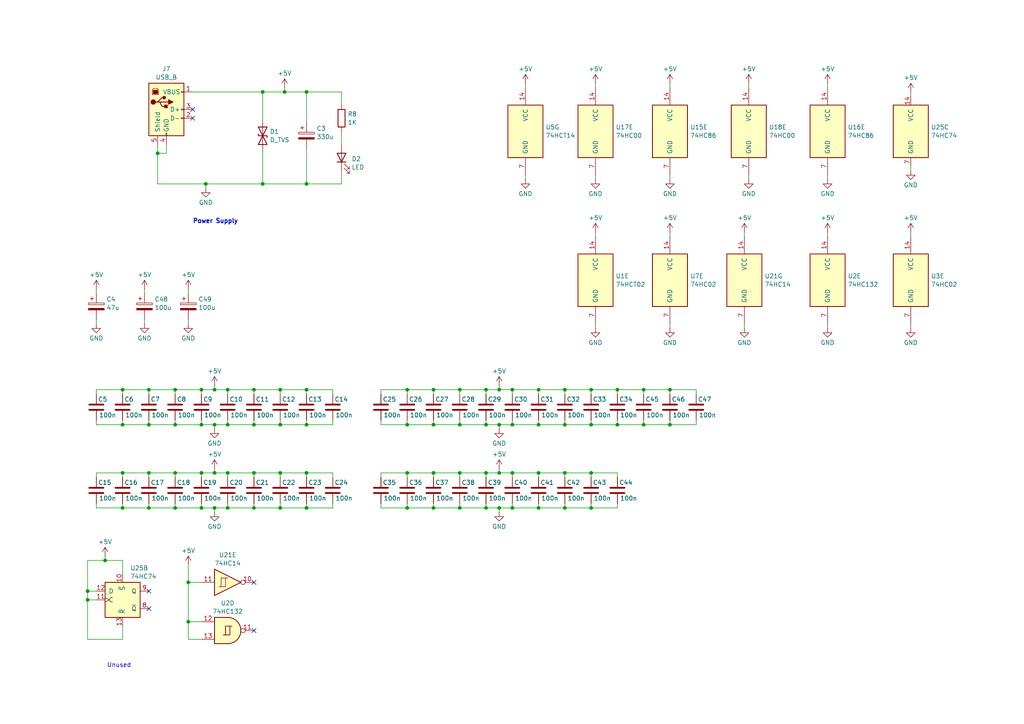
<source format=kicad_sch>
(kicad_sch (version 20231120) (generator "eeschema") (generator_version "8.0")
  (paper "A4")
  (title_block (title "TCPU816") (date "2025-01-31") (rev "1.1") (company "Designed by Kevin Williams - toastland.net") (comment 1 "STILL UNDER DEVELOPMENT"))
  (junction (at 66.04 137.16))
  (junction (at 25.4 171.45))
  (junction (at 140.97 113.03))
  (junction (at 133.35 137.16))
  (junction (at 35.56 147.32))
  (junction (at 179.07 113.03))
  (junction (at 88.9 53.34))
  (junction (at 148.59 113.03))
  (junction (at 62.23 147.32))
  (junction (at 66.04 147.32))
  (junction (at 50.8 113.03))
  (junction (at 58.42 123.19))
  (junction (at 45.72 44.45))
  (junction (at 35.56 113.03))
  (junction (at 81.28 137.16))
  (junction (at 133.35 147.32))
  (junction (at 66.04 113.03))
  (junction (at 58.42 147.32))
  (junction (at 163.83 113.03))
  (junction (at 140.97 137.16))
  (junction (at 54.61 168.91))
  (junction (at 76.2 53.34))
  (junction (at 43.18 113.03))
  (junction (at 43.18 123.19))
  (junction (at 73.66 123.19))
  (junction (at 186.69 123.19))
  (junction (at 148.59 137.16))
  (junction (at 118.11 137.16))
  (junction (at 118.11 113.03))
  (junction (at 156.21 137.16))
  (junction (at 156.21 123.19))
  (junction (at 125.73 137.16))
  (junction (at 62.23 113.03))
  (junction (at 171.45 123.19))
  (junction (at 118.11 147.32))
  (junction (at 88.9 26.67))
  (junction (at 81.28 123.19))
  (junction (at 171.45 147.32))
  (junction (at 73.66 113.03))
  (junction (at 88.9 147.32))
  (junction (at 88.9 113.03))
  (junction (at 194.31 113.03))
  (junction (at 148.59 147.32))
  (junction (at 50.8 147.32))
  (junction (at 125.73 147.32))
  (junction (at 73.66 137.16))
  (junction (at 62.23 137.16))
  (junction (at 58.42 137.16))
  (junction (at 148.59 123.19))
  (junction (at 73.66 147.32))
  (junction (at 25.4 173.99))
  (junction (at 50.8 123.19))
  (junction (at 171.45 113.03))
  (junction (at 140.97 123.19))
  (junction (at 59.69 53.34))
  (junction (at 194.31 123.19))
  (junction (at 35.56 137.16))
  (junction (at 163.83 147.32))
  (junction (at 88.9 123.19))
  (junction (at 35.56 123.19))
  (junction (at 171.45 137.16))
  (junction (at 144.78 137.16))
  (junction (at 88.9 137.16))
  (junction (at 163.83 137.16))
  (junction (at 54.61 180.34))
  (junction (at 62.23 123.19))
  (junction (at 179.07 123.19))
  (junction (at 43.18 147.32))
  (junction (at 43.18 137.16))
  (junction (at 140.97 147.32))
  (junction (at 81.28 147.32))
  (junction (at 76.2 26.67))
  (junction (at 186.69 113.03))
  (junction (at 81.28 113.03))
  (junction (at 156.21 113.03))
  (junction (at 144.78 113.03))
  (junction (at 133.35 113.03))
  (junction (at 30.48 162.56))
  (junction (at 50.8 137.16))
  (junction (at 144.78 123.19))
  (junction (at 66.04 123.19))
  (junction (at 58.42 113.03))
  (junction (at 118.11 123.19))
  (junction (at 125.73 113.03))
  (junction (at 156.21 147.32))
  (junction (at 133.35 123.19))
  (junction (at 163.83 123.19))
  (junction (at 144.78 147.32))
  (junction (at 125.73 123.19))
  (junction (at 82.55 26.67))
  (no_connect (at 73.66 168.91))
  (no_connect (at 43.18 176.53))
  (no_connect (at 73.66 182.88))
  (no_connect (at 55.88 34.29))
  (no_connect (at 43.18 171.45))
  (no_connect (at 55.88 31.75))
  (wire (pts (xy 194.31 114.3) (xy 194.31 113.03)))
  (wire (pts (xy 66.04 137.16) (xy 73.66 137.16)))
  (wire (pts (xy 58.42 138.43) (xy 58.42 137.16)))
  (wire (pts (xy 156.21 113.03) (xy 163.83 113.03)))
  (wire (pts (xy 217.17 24.13) (xy 217.17 25.4)))
  (wire (pts (xy 118.11 147.32) (xy 118.11 146.05)))
  (wire (pts (xy 81.28 137.16) (xy 88.9 137.16)))
  (wire (pts (xy 88.9 146.05) (xy 88.9 147.32)))
  (wire (pts (xy 110.49 137.16) (xy 118.11 137.16)))
  (wire (pts (xy 215.9 67.31) (xy 215.9 68.58)))
  (wire (pts (xy 81.28 123.19) (xy 88.9 123.19)))
  (wire (pts (xy 179.07 123.19) (xy 186.69 123.19)))
  (wire (pts (xy 43.18 147.32) (xy 50.8 147.32)))
  (wire (pts (xy 27.94 92.71) (xy 27.94 93.98)))
  (wire (pts (xy 48.26 41.91) (xy 48.26 44.45)))
  (wire (pts (xy 240.03 50.8) (xy 240.03 52.07)))
  (wire (pts (xy 25.4 185.42) (xy 25.4 173.99)))
  (wire (pts (xy 217.17 50.8) (xy 217.17 52.07)))
  (wire (pts (xy 171.45 113.03) (xy 179.07 113.03)))
  (wire (pts (xy 73.66 121.92) (xy 73.66 123.19)))
  (wire (pts (xy 110.49 123.19) (xy 118.11 123.19)))
  (wire (pts (xy 148.59 113.03) (xy 156.21 113.03)))
  (wire (pts (xy 144.78 123.19) (xy 148.59 123.19)))
  (wire (pts (xy 179.07 113.03) (xy 186.69 113.03)))
  (wire (pts (xy 152.4 24.13) (xy 152.4 25.4)))
  (wire (pts (xy 62.23 147.32) (xy 66.04 147.32)))
  (wire (pts (xy 73.66 137.16) (xy 81.28 137.16)))
  (wire (pts (xy 144.78 137.16) (xy 148.59 137.16)))
  (wire (pts (xy 50.8 113.03) (xy 58.42 113.03)))
  (wire (pts (xy 76.2 26.67) (xy 76.2 35.56)))
  (wire (pts (xy 50.8 123.19) (xy 50.8 121.92)))
  (wire (pts (xy 73.66 138.43) (xy 73.66 137.16)))
  (wire (pts (xy 194.31 113.03) (xy 201.93 113.03)))
  (wire (pts (xy 73.66 114.3) (xy 73.66 113.03)))
  (wire (pts (xy 27.94 83.82) (xy 27.94 85.09)))
  (wire (pts (xy 118.11 147.32) (xy 125.73 147.32)))
  (wire (pts (xy 133.35 147.32) (xy 140.97 147.32)))
  (wire (pts (xy 43.18 137.16) (xy 50.8 137.16)))
  (wire (pts (xy 25.4 171.45) (xy 25.4 162.56)))
  (wire (pts (xy 35.56 147.32) (xy 35.56 146.05)))
  (wire (pts (xy 66.04 147.32) (xy 66.04 146.05)))
  (wire (pts (xy 110.49 121.92) (xy 110.49 123.19)))
  (wire (pts (xy 125.73 146.05) (xy 125.73 147.32)))
  (wire (pts (xy 125.73 147.32) (xy 133.35 147.32)))
  (wire (pts (xy 264.16 48.26) (xy 264.16 49.53)))
  (wire (pts (xy 54.61 185.42) (xy 54.61 180.34)))
  (wire (pts (xy 240.03 24.13) (xy 240.03 25.4)))
  (wire (pts (xy 88.9 43.18) (xy 88.9 53.34)))
  (wire (pts (xy 25.4 173.99) (xy 27.94 173.99)))
  (wire (pts (xy 99.06 30.48) (xy 99.06 26.67)))
  (wire (pts (xy 96.52 137.16) (xy 96.52 138.43)))
  (wire (pts (xy 66.04 113.03) (xy 66.04 114.3)))
  (wire (pts (xy 194.31 93.98) (xy 194.31 95.25)))
  (wire (pts (xy 25.4 173.99) (xy 25.4 171.45)))
  (wire (pts (xy 50.8 113.03) (xy 50.8 114.3)))
  (wire (pts (xy 25.4 171.45) (xy 27.94 171.45)))
  (wire (pts (xy 35.56 113.03) (xy 35.56 114.3)))
  (wire (pts (xy 133.35 123.19) (xy 133.35 121.92)))
  (wire (pts (xy 62.23 137.16) (xy 66.04 137.16)))
  (wire (pts (xy 43.18 114.3) (xy 43.18 113.03)))
  (wire (pts (xy 82.55 26.67) (xy 88.9 26.67)))
  (wire (pts (xy 66.04 113.03) (xy 73.66 113.03)))
  (wire (pts (xy 35.56 137.16) (xy 43.18 137.16)))
  (wire (pts (xy 58.42 137.16) (xy 62.23 137.16)))
  (wire (pts (xy 62.23 123.19) (xy 66.04 123.19)))
  (wire (pts (xy 163.83 147.32) (xy 163.83 146.05)))
  (wire (pts (xy 27.94 146.05) (xy 27.94 147.32)))
  (wire (pts (xy 88.9 26.67) (xy 99.06 26.67)))
  (wire (pts (xy 133.35 137.16) (xy 133.35 138.43)))
  (wire (pts (xy 50.8 147.32) (xy 50.8 146.05)))
  (wire (pts (xy 43.18 146.05) (xy 43.18 147.32)))
  (wire (pts (xy 152.4 50.8) (xy 152.4 52.07)))
  (wire (pts (xy 156.21 137.16) (xy 163.83 137.16)))
  (wire (pts (xy 144.78 147.32) (xy 148.59 147.32)))
  (wire (pts (xy 264.16 26.67) (xy 264.16 27.94)))
  (wire (pts (xy 163.83 147.32) (xy 171.45 147.32)))
  (wire (pts (xy 140.97 146.05) (xy 140.97 147.32)))
  (wire (pts (xy 58.42 180.34) (xy 54.61 180.34)))
  (wire (pts (xy 59.69 53.34) (xy 76.2 53.34)))
  (wire (pts (xy 186.69 113.03) (xy 186.69 114.3)))
  (wire (pts (xy 156.21 121.92) (xy 156.21 123.19)))
  (wire (pts (xy 133.35 113.03) (xy 140.97 113.03)))
  (wire (pts (xy 73.66 147.32) (xy 81.28 147.32)))
  (wire (pts (xy 156.21 147.32) (xy 163.83 147.32)))
  (wire (pts (xy 54.61 83.82) (xy 54.61 85.09)))
  (wire (pts (xy 125.73 121.92) (xy 125.73 123.19)))
  (wire (pts (xy 186.69 113.03) (xy 194.31 113.03)))
  (wire (pts (xy 81.28 113.03) (xy 88.9 113.03)))
  (wire (pts (xy 140.97 123.19) (xy 144.78 123.19)))
  (wire (pts (xy 110.49 147.32) (xy 118.11 147.32)))
  (wire (pts (xy 35.56 113.03) (xy 43.18 113.03)))
  (wire (pts (xy 66.04 123.19) (xy 66.04 121.92)))
  (wire (pts (xy 110.49 114.3) (xy 110.49 113.03)))
  (wire (pts (xy 81.28 147.32) (xy 81.28 146.05)))
  (wire (pts (xy 171.45 121.92) (xy 171.45 123.19)))
  (wire (pts (xy 88.9 123.19) (xy 96.52 123.19)))
  (wire (pts (xy 144.78 147.32) (xy 144.78 148.59)))
  (wire (pts (xy 58.42 121.92) (xy 58.42 123.19)))
  (wire (pts (xy 62.23 111.76) (xy 62.23 113.03)))
  (wire (pts (xy 148.59 113.03) (xy 148.59 114.3)))
  (wire (pts (xy 62.23 147.32) (xy 62.23 148.59)))
  (wire (pts (xy 186.69 123.19) (xy 194.31 123.19)))
  (wire (pts (xy 45.72 53.34) (xy 59.69 53.34)))
  (wire (pts (xy 59.69 53.34) (xy 59.69 54.61)))
  (wire (pts (xy 163.83 123.19) (xy 171.45 123.19)))
  (wire (pts (xy 179.07 147.32) (xy 179.07 146.05)))
  (wire (pts (xy 66.04 123.19) (xy 73.66 123.19)))
  (wire (pts (xy 140.97 121.92) (xy 140.97 123.19)))
  (wire (pts (xy 110.49 113.03) (xy 118.11 113.03)))
  (wire (pts (xy 125.73 137.16) (xy 133.35 137.16)))
  (wire (pts (xy 264.16 93.98) (xy 264.16 95.25)))
  (wire (pts (xy 66.04 147.32) (xy 73.66 147.32)))
  (wire (pts (xy 201.93 113.03) (xy 201.93 114.3)))
  (wire (pts (xy 82.55 26.67) (xy 82.55 25.4)))
  (wire (pts (xy 62.23 135.89) (xy 62.23 137.16)))
  (wire (pts (xy 201.93 123.19) (xy 201.93 121.92)))
  (wire (pts (xy 41.91 83.82) (xy 41.91 85.09)))
  (wire (pts (xy 156.21 138.43) (xy 156.21 137.16)))
  (wire (pts (xy 163.83 137.16) (xy 163.83 138.43)))
  (wire (pts (xy 140.97 114.3) (xy 140.97 113.03)))
  (wire (pts (xy 148.59 147.32) (xy 148.59 146.05)))
  (wire (pts (xy 171.45 138.43) (xy 171.45 137.16)))
  (wire (pts (xy 156.21 114.3) (xy 156.21 113.03)))
  (wire (pts (xy 163.83 137.16) (xy 171.45 137.16)))
  (wire (pts (xy 118.11 137.16) (xy 118.11 138.43)))
  (wire (pts (xy 110.49 146.05) (xy 110.49 147.32)))
  (wire (pts (xy 194.31 123.19) (xy 201.93 123.19)))
  (wire (pts (xy 41.91 92.71) (xy 41.91 93.98)))
  (wire (pts (xy 27.94 113.03) (xy 35.56 113.03)))
  (wire (pts (xy 76.2 43.18) (xy 76.2 53.34)))
  (wire (pts (xy 99.06 38.1) (xy 99.06 41.91)))
  (wire (pts (xy 144.78 113.03) (xy 148.59 113.03)))
  (wire (pts (xy 179.07 137.16) (xy 179.07 138.43)))
  (wire (pts (xy 50.8 137.16) (xy 50.8 138.43)))
  (wire (pts (xy 96.52 123.19) (xy 96.52 121.92)))
  (wire (pts (xy 172.72 24.13) (xy 172.72 25.4)))
  (wire (pts (xy 81.28 137.16) (xy 81.28 138.43)))
  (wire (pts (xy 99.06 53.34) (xy 88.9 53.34)))
  (wire (pts (xy 66.04 137.16) (xy 66.04 138.43)))
  (wire (pts (xy 163.83 123.19) (xy 163.83 121.92)))
  (wire (pts (xy 27.94 138.43) (xy 27.94 137.16)))
  (wire (pts (xy 156.21 146.05) (xy 156.21 147.32)))
  (wire (pts (xy 35.56 147.32) (xy 43.18 147.32)))
  (wire (pts (xy 163.83 113.03) (xy 163.83 114.3)))
  (wire (pts (xy 172.72 67.31) (xy 172.72 68.58)))
  (wire (pts (xy 163.83 113.03) (xy 171.45 113.03)))
  (wire (pts (xy 194.31 24.13) (xy 194.31 25.4)))
  (wire (pts (xy 35.56 185.42) (xy 25.4 185.42)))
  (wire (pts (xy 35.56 123.19) (xy 43.18 123.19)))
  (wire (pts (xy 58.42 113.03) (xy 62.23 113.03)))
  (wire (pts (xy 118.11 113.03) (xy 125.73 113.03)))
  (wire (pts (xy 45.72 41.91) (xy 45.72 44.45)))
  (wire (pts (xy 35.56 181.61) (xy 35.56 185.42)))
  (wire (pts (xy 125.73 138.43) (xy 125.73 137.16)))
  (wire (pts (xy 27.94 121.92) (xy 27.94 123.19)))
  (wire (pts (xy 133.35 147.32) (xy 133.35 146.05)))
  (wire (pts (xy 148.59 147.32) (xy 156.21 147.32)))
  (wire (pts (xy 118.11 137.16) (xy 125.73 137.16)))
  (wire (pts (xy 148.59 123.19) (xy 148.59 121.92)))
  (wire (pts (xy 264.16 67.31) (xy 264.16 68.58)))
  (wire (pts (xy 118.11 113.03) (xy 118.11 114.3)))
  (wire (pts (xy 240.03 67.31) (xy 240.03 68.58)))
  (wire (pts (xy 58.42 123.19) (xy 62.23 123.19)))
  (wire (pts (xy 88.9 114.3) (xy 88.9 113.03)))
  (wire (pts (xy 81.28 147.32) (xy 88.9 147.32)))
  (wire (pts (xy 35.56 162.56) (xy 35.56 166.37)))
  (wire (pts (xy 118.11 123.19) (xy 125.73 123.19)))
  (wire (pts (xy 88.9 138.43) (xy 88.9 137.16)))
  (wire (pts (xy 133.35 137.16) (xy 140.97 137.16)))
  (wire (pts (xy 30.48 162.56) (xy 35.56 162.56)))
  (wire (pts (xy 27.94 114.3) (xy 27.94 113.03)))
  (wire (pts (xy 99.06 49.53) (xy 99.06 53.34)))
  (wire (pts (xy 58.42 147.32) (xy 62.23 147.32)))
  (wire (pts (xy 62.23 123.19) (xy 62.23 124.46)))
  (wire (pts (xy 76.2 53.34) (xy 88.9 53.34)))
  (wire (pts (xy 81.28 123.19) (xy 81.28 121.92)))
  (wire (pts (xy 144.78 135.89) (xy 144.78 137.16)))
  (wire (pts (xy 148.59 137.16) (xy 156.21 137.16)))
  (wire (pts (xy 58.42 146.05) (xy 58.42 147.32)))
  (wire (pts (xy 125.73 113.03) (xy 133.35 113.03)))
  (wire (pts (xy 88.9 147.32) (xy 96.52 147.32)))
  (wire (pts (xy 110.49 138.43) (xy 110.49 137.16)))
  (wire (pts (xy 172.72 93.98) (xy 172.72 95.25)))
  (wire (pts (xy 25.4 162.56) (xy 30.48 162.56)))
  (wire (pts (xy 156.21 123.19) (xy 163.83 123.19)))
  (wire (pts (xy 179.07 123.19) (xy 179.07 121.92)))
  (wire (pts (xy 215.9 93.98) (xy 215.9 95.25)))
  (wire (pts (xy 43.18 123.19) (xy 50.8 123.19)))
  (wire (pts (xy 58.42 114.3) (xy 58.42 113.03)))
  (wire (pts (xy 171.45 114.3) (xy 171.45 113.03)))
  (wire (pts (xy 54.61 168.91) (xy 58.42 168.91)))
  (wire (pts (xy 55.88 26.67) (xy 76.2 26.67)))
  (wire (pts (xy 96.52 147.32) (xy 96.52 146.05)))
  (wire (pts (xy 171.45 123.19) (xy 179.07 123.19)))
  (wire (pts (xy 50.8 147.32) (xy 58.42 147.32)))
  (wire (pts (xy 171.45 147.32) (xy 179.07 147.32)))
  (wire (pts (xy 73.66 146.05) (xy 73.66 147.32)))
  (wire (pts (xy 88.9 26.67) (xy 88.9 35.56)))
  (wire (pts (xy 27.94 137.16) (xy 35.56 137.16)))
  (wire (pts (xy 81.28 113.03) (xy 81.28 114.3)))
  (wire (pts (xy 88.9 121.92) (xy 88.9 123.19)))
  (wire (pts (xy 140.97 113.03) (xy 144.78 113.03)))
  (wire (pts (xy 140.97 138.43) (xy 140.97 137.16)))
  (wire (pts (xy 45.72 44.45) (xy 45.72 53.34)))
  (wire (pts (xy 171.45 146.05) (xy 171.45 147.32)))
  (wire (pts (xy 240.03 93.98) (xy 240.03 95.25)))
  (wire (pts (xy 194.31 67.31) (xy 194.31 68.58)))
  (wire (pts (xy 179.07 113.03) (xy 179.07 114.3)))
  (wire (pts (xy 88.9 113.03) (xy 96.52 113.03)))
  (wire (pts (xy 96.52 113.03) (xy 96.52 114.3)))
  (wire (pts (xy 48.26 44.45) (xy 45.72 44.45)))
  (wire (pts (xy 194.31 50.8) (xy 194.31 52.07)))
  (wire (pts (xy 148.59 137.16) (xy 148.59 138.43)))
  (wire (pts (xy 125.73 123.19) (xy 133.35 123.19)))
  (wire (pts (xy 172.72 50.8) (xy 172.72 52.07)))
  (wire (pts (xy 43.18 121.92) (xy 43.18 123.19)))
  (wire (pts (xy 194.31 121.92) (xy 194.31 123.19)))
  (wire (pts (xy 50.8 137.16) (xy 58.42 137.16)))
  (wire (pts (xy 133.35 113.03) (xy 133.35 114.3)))
  (wire (pts (xy 27.94 123.19) (xy 35.56 123.19)))
  (wire (pts (xy 43.18 138.43) (xy 43.18 137.16)))
  (wire (pts (xy 58.42 185.42) (xy 54.61 185.42)))
  (wire (pts (xy 62.23 113.03) (xy 66.04 113.03)))
  (wire (pts (xy 30.48 161.29) (xy 30.48 162.56)))
  (wire (pts (xy 50.8 123.19) (xy 58.42 123.19)))
  (wire (pts (xy 43.18 113.03) (xy 50.8 113.03)))
  (wire (pts (xy 27.94 147.32) (xy 35.56 147.32)))
  (wire (pts (xy 171.45 137.16) (xy 179.07 137.16)))
  (wire (pts (xy 54.61 180.34) (xy 54.61 168.91)))
  (wire (pts (xy 186.69 123.19) (xy 186.69 121.92)))
  (wire (pts (xy 35.56 123.19) (xy 35.56 121.92)))
  (wire (pts (xy 140.97 137.16) (xy 144.78 137.16)))
  (wire (pts (xy 35.56 137.16) (xy 35.56 138.43)))
  (wire (pts (xy 54.61 163.83) (xy 54.61 168.91)))
  (wire (pts (xy 76.2 26.67) (xy 82.55 26.67)))
  (wire (pts (xy 144.78 111.76) (xy 144.78 113.03)))
  (wire (pts (xy 148.59 123.19) (xy 156.21 123.19)))
  (wire (pts (xy 144.78 123.19) (xy 144.78 124.46)))
  (wire (pts (xy 73.66 113.03) (xy 81.28 113.03)))
  (wire (pts (xy 125.73 114.3) (xy 125.73 113.03)))
  (wire (pts (xy 118.11 123.19) (xy 118.11 121.92)))
  (wire (pts (xy 133.35 123.19) (xy 140.97 123.19)))
  (wire (pts (xy 73.66 123.19) (xy 81.28 123.19)))
  (wire (pts (xy 88.9 137.16) (xy 96.52 137.16)))
  (wire (pts (xy 140.97 147.32) (xy 144.78 147.32)))
  (wire (pts (xy 54.61 92.71) (xy 54.61 93.98)))
  (text "Unused" (at 34.544 193.04 0) (effects (font (size 1.27 1.27))))
  (text "Power Supply" (at 62.484 64.262 0) (effects (font (size 1.27 1.27) (thickness 0.254) (bold yes))))
  (symbol (lib_id "power:+5V") (at 30.48 161.29 0) (unit 1)
    (property "Reference" "#PWR0102" (effects (hide yes)))
    (property "Value" "+5V" (at 30.48 157.1569 0))
    (property "Description" "Power symbol creates a global label with name \"+5V\"" (effects (hide yes)))
  )
  (symbol (lib_id "Device:C") (at 118.11 118.11 0) (unit 1)
    (property "Reference" "C26" (at 118.618 115.824 0) (effects (justify left)))
    (property "Value" "100n" (at 118.872 120.396 0) (effects (justify left)))
    (property "Footprint" "Capacitor_THT:C_Disc_D4.3mm_W1.9mm_P5.00mm" (effects (hide yes)))
    (property "Description" "Unpolarized capacitor" (effects (hide yes)))
  )
  (symbol (lib_id "Device:C") (at 163.83 118.11 0) (unit 1)
    (property "Reference" "C32" (at 164.338 115.824 0) (effects (justify left)))
    (property "Value" "100n" (at 164.592 120.396 0) (effects (justify left)))
    (property "Footprint" "Capacitor_THT:C_Disc_D4.3mm_W1.9mm_P5.00mm" (effects (hide yes)))
    (property "Description" "Unpolarized capacitor" (effects (hide yes)))
  )
  (symbol (lib_id "power:+5V") (at 144.78 135.89 0) (unit 1)
    (property "Reference" "#PWR0139" (effects (hide yes)))
    (property "Value" "+5V" (at 144.78 131.7569 0))
    (property "Description" "Power symbol creates a global label with name \"+5V\"" (effects (hide yes)))
  )
  (symbol (lib_id "Device:C") (at 125.73 142.24 0) (unit 1)
    (property "Reference" "C37" (at 126.238 139.954 0) (effects (justify left)))
    (property "Value" "100n" (at 126.492 144.526 0) (effects (justify left)))
    (property "Footprint" "Capacitor_THT:C_Disc_D4.3mm_W1.9mm_P5.00mm" (effects (hide yes)))
    (property "Description" "Unpolarized capacitor" (effects (hide yes)))
  )
  (symbol (lib_id "power:GND") (at 144.78 124.46 0) (unit 1)
    (property "Reference" "#PWR0138" (effects (hide yes)))
    (property "Value" "GND" (at 144.78 128.5931 0))
    (property "Description" "Power symbol creates a global label with name \"GND\" , ground" (effects (hide yes)))
  )
  (symbol (lib_id "Device:C") (at 148.59 118.11 0) (unit 1)
    (property "Reference" "C30" (at 149.098 115.824 0) (effects (justify left)))
    (property "Value" "100n" (at 149.352 120.396 0) (effects (justify left)))
    (property "Footprint" "Capacitor_THT:C_Disc_D4.3mm_W1.9mm_P5.00mm" (effects (hide yes)))
    (property "Description" "Unpolarized capacitor" (effects (hide yes)))
  )
  (symbol (lib_id "power:GND") (at 194.31 95.25 0) (unit 1)
    (property "Reference" "#PWR0117" (effects (hide yes)))
    (property "Value" "GND" (at 194.31 99.3831 0))
    (property "Description" "Power symbol creates a global label with name \"GND\" , ground" (effects (hide yes)))
  )
  (symbol (lib_id "8_16_computer-rescue:GND-power") (at 264.16 49.53 0) (unit 1)
    (property "Reference" "#PWR0127" (effects (hide yes)))
    (property "Value" "GND" (at 264.16 53.6631 0))
    (property "Description" "Power symbol creates a global label with name \"GND\" , ground" (effects (hide yes)))
  )
  (symbol (lib_id "Device:C") (at 156.21 118.11 0) (unit 1)
    (property "Reference" "C31" (at 156.718 115.824 0) (effects (justify left)))
    (property "Value" "100n" (at 156.972 120.396 0) (effects (justify left)))
    (property "Footprint" "Capacitor_THT:C_Disc_D4.3mm_W1.9mm_P5.00mm" (effects (hide yes)))
    (property "Description" "Unpolarized capacitor" (effects (hide yes)))
  )
  (symbol (lib_id "Device:C") (at 179.07 142.24 0) (unit 1)
    (property "Reference" "C44" (at 179.578 139.954 0) (effects (justify left)))
    (property "Value" "100n" (at 179.832 144.526 0) (effects (justify left)))
    (property "Footprint" "Capacitor_THT:C_Disc_D4.3mm_W1.9mm_P5.00mm" (effects (hide yes)))
    (property "Description" "Unpolarized capacitor" (effects (hide yes)))
  )
  (symbol (lib_id "Device:C") (at 163.83 142.24 0) (unit 1)
    (property "Reference" "C42" (at 164.338 139.954 0) (effects (justify left)))
    (property "Value" "100n" (at 164.592 144.526 0) (effects (justify left)))
    (property "Footprint" "Capacitor_THT:C_Disc_D4.3mm_W1.9mm_P5.00mm" (effects (hide yes)))
    (property "Description" "Unpolarized capacitor" (effects (hide yes)))
  )
  (symbol (lib_id "Device:C") (at 148.59 142.24 0) (unit 1)
    (property "Reference" "C40" (at 149.098 139.954 0) (effects (justify left)))
    (property "Value" "100n" (at 149.352 144.526 0) (effects (justify left)))
    (property "Footprint" "Capacitor_THT:C_Disc_D4.3mm_W1.9mm_P5.00mm" (effects (hide yes)))
    (property "Description" "Unpolarized capacitor" (effects (hide yes)))
  )
  (symbol (lib_id "Device:C") (at 156.21 142.24 0) (unit 1)
    (property "Reference" "C41" (at 156.718 139.954 0) (effects (justify left)))
    (property "Value" "100n" (at 156.972 144.526 0) (effects (justify left)))
    (property "Footprint" "Capacitor_THT:C_Disc_D4.3mm_W1.9mm_P5.00mm" (effects (hide yes)))
    (property "Description" "Unpolarized capacitor" (effects (hide yes)))
  )
  (symbol (lib_id "Device:C") (at 125.73 118.11 0) (unit 1)
    (property "Reference" "C27" (at 126.238 115.824 0) (effects (justify left)))
    (property "Value" "100n" (at 126.492 120.396 0) (effects (justify left)))
    (property "Footprint" "Capacitor_THT:C_Disc_D4.3mm_W1.9mm_P5.00mm" (effects (hide yes)))
    (property "Description" "Unpolarized capacitor" (effects (hide yes)))
  )
  (symbol (lib_id "8_16_computer-rescue:+5V-power") (at 264.16 26.67 0) (unit 1)
    (property "Reference" "#PWR0126" (effects (hide yes)))
    (property "Value" "+5V" (at 264.16 22.5369 0))
    (property "Description" "Power symbol creates a global label with name \"+5V\"" (effects (hide yes)))
  )
  (symbol (lib_id "Device:C") (at 133.35 118.11 0) (unit 1)
    (property "Reference" "C28" (at 133.858 115.824 0) (effects (justify left)))
    (property "Value" "100n" (at 134.112 120.396 0) (effects (justify left)))
    (property "Footprint" "Capacitor_THT:C_Disc_D4.3mm_W1.9mm_P5.00mm" (effects (hide yes)))
    (property "Description" "Unpolarized capacitor" (effects (hide yes)))
  )
  (symbol (lib_id "8_16_computer-rescue:GND-power") (at 217.17 52.07 0) (unit 1)
    (property "Reference" "#PWR0121" (effects (hide yes)))
    (property "Value" "GND" (at 217.17 56.2031 0))
    (property "Description" "Power symbol creates a global label with name \"GND\" , ground" (effects (hide yes)))
  )
  (symbol (lib_id "power:+5V") (at 172.72 67.31 0) (unit 1)
    (property "Reference" "#PWR0112" (effects (hide yes)))
    (property "Value" "+5V" (at 172.72 63.1769 0))
    (property "Description" "Power symbol creates a global label with name \"+5V\"" (effects (hide yes)))
  )
  (symbol (lib_id "74xx:74HC02") (at 194.31 81.28 0) (unit 5)
    (property "Reference" "U7" (at 200.152 80.0678 0) (effects (justify left)))
    (property "Value" "74HC02" (at 200.152 82.4921 0) (effects (justify left)))
    (property "Footprint" "Package_DIP:DIP-14_W7.62mm_Socket" (effects (hide yes)))
    (property "Datasheet" "http://www.ti.com/lit/gpn/sn74hc02" (effects (hide yes)))
    (property "Description" "quad 2-input NOR gate" (effects (hide yes)))
  )
  (symbol (lib_id "power:+5V") (at 62.23 135.89 0) (unit 1)
    (property "Reference" "#PWR0135" (effects (hide yes)))
    (property "Value" "+5V" (at 62.23 131.7569 0))
    (property "Description" "Power symbol creates a global label with name \"+5V\"" (effects (hide yes)))
  )
  (symbol (lib_id "Device:C") (at 110.49 118.11 0) (unit 1)
    (property "Reference" "C25" (at 110.998 115.824 0) (effects (justify left)))
    (property "Value" "100n" (at 111.252 120.396 0) (effects (justify left)))
    (property "Footprint" "Capacitor_THT:C_Disc_D4.3mm_W1.9mm_P5.00mm" (effects (hide yes)))
    (property "Description" "Unpolarized capacitor" (effects (hide yes)))
  )
  (symbol (lib_id "74xx:74HC02") (at 172.72 81.28 0) (unit 5)
    (property "Reference" "U1" (at 178.562 80.0678 0) (effects (justify left)))
    (property "Value" "74HCT02" (at 178.562 82.4921 0) (effects (justify left)))
    (property "Footprint" "Package_DIP:DIP-14_W7.62mm_Socket" (effects (hide yes)))
    (property "Datasheet" "http://www.ti.com/lit/gpn/sn74hc02" (effects (hide yes)))
    (property "Description" "quad 2-input NOR gate" (effects (hide yes)))
  )
  (symbol (lib_id "8_16_computer-rescue:+5V-power") (at 240.03 24.13 0) (unit 1)
    (property "Reference" "#PWR0122" (effects (hide yes)))
    (property "Value" "+5V" (at 240.03 19.9969 0))
    (property "Description" "Power symbol creates a global label with name \"+5V\"" (effects (hide yes)))
  )
  (symbol (lib_id "power:+5V") (at 264.16 67.31 0) (unit 1)
    (property "Reference" "#PWR0128" (effects (hide yes)))
    (property "Value" "+5V" (at 264.16 63.1769 0))
    (property "Description" "Power symbol creates a global label with name \"+5V\"" (effects (hide yes)))
  )
  (symbol (lib_id "74xx:74HC14") (at 215.9 81.28 0) (unit 7)
    (property "Reference" "U21" (at 221.742 80.0678 0) (effects (justify left)))
    (property "Value" "74HC14" (at 221.742 82.4921 0) (effects (justify left)))
    (property "Footprint" "Package_DIP:DIP-14_W7.62mm_Socket" (effects (hide yes)))
    (property "Datasheet" "http://www.ti.com/lit/gpn/sn74HC14" (effects (hide yes)))
    (property "Description" "Hex inverter schmitt trigger" (effects (hide yes)))
  )
  (symbol (lib_id "Device:C") (at 81.28 118.11 0) (unit 1)
    (property "Reference" "C12" (at 81.788 115.824 0) (effects (justify left)))
    (property "Value" "100n" (at 82.042 120.396 0) (effects (justify left)))
    (property "Footprint" "Capacitor_THT:C_Disc_D4.3mm_W1.9mm_P5.00mm" (effects (hide yes)))
    (property "Description" "Unpolarized capacitor" (effects (hide yes)))
  )
  (symbol (lib_id "Device:C_Polarized") (at 88.9 39.37 0) (unit 1)
    (property "Reference" "C3" (at 91.821 37.2688 0) (effects (justify left)))
    (property "Value" "330u" (at 91.821 39.6931 0) (effects (justify left)))
    (property "Footprint" "Capacitor_THT:CP_Radial_D5.0mm_P2.50mm" (effects (hide yes)))
    (property "Description" "Polarized capacitor" (effects (hide yes)))
  )
  (symbol (lib_id "power:+5V") (at 54.61 163.83 0) (unit 1)
    (property "Reference" "#PWR015" (effects (hide yes)))
    (property "Value" "+5V" (at 54.61 159.6969 0))
    (property "Description" "Power symbol creates a global label with name \"+5V\"" (effects (hide yes)))
  )
  (symbol (lib_id "Device:C") (at 73.66 118.11 0) (unit 1)
    (property "Reference" "C11" (at 74.168 115.824 0) (effects (justify left)))
    (property "Value" "100n" (at 74.422 120.396 0) (effects (justify left)))
    (property "Footprint" "Capacitor_THT:C_Disc_D4.3mm_W1.9mm_P5.00mm" (effects (hide yes)))
    (property "Description" "Unpolarized capacitor" (effects (hide yes)))
  )
  (symbol (lib_id "8_16_computer-rescue:GND-power") (at 240.03 52.07 0) (unit 1)
    (property "Reference" "#PWR0123" (effects (hide yes)))
    (property "Value" "GND" (at 240.03 56.2031 0))
    (property "Description" "Power symbol creates a global label with name \"GND\" , ground" (effects (hide yes)))
  )
  (symbol (lib_id "74xx:74HC14") (at 152.4 38.1 0) (unit 7)
    (property "Reference" "U5" (at 158.242 36.8878 0) (effects (justify left)))
    (property "Value" "74HCT14" (at 158.242 39.3121 0) (effects (justify left)))
    (property "Footprint" "Package_DIP:DIP-14_W7.62mm_Socket" (effects (hide yes)))
    (property "Datasheet" "http://www.ti.com/lit/gpn/sn74HC14" (effects (hide yes)))
    (property "Description" "Hex inverter schmitt trigger" (effects (hide yes)))
  )
  (symbol (lib_id "Device:C") (at 58.42 142.24 0) (unit 1)
    (property "Reference" "C19" (at 58.928 139.954 0) (effects (justify left)))
    (property "Value" "100n" (at 59.182 144.526 0) (effects (justify left)))
    (property "Footprint" "Capacitor_THT:C_Disc_D4.3mm_W1.9mm_P5.00mm" (effects (hide yes)))
    (property "Description" "Unpolarized capacitor" (effects (hide yes)))
  )
  (symbol (lib_id "power:+5V") (at 62.23 111.76 0) (unit 1)
    (property "Reference" "#PWR0134" (effects (hide yes)))
    (property "Value" "+5V" (at 62.23 107.6269 0))
    (property "Description" "Power symbol creates a global label with name \"+5V\"" (effects (hide yes)))
  )
  (symbol (lib_id "74xx:74HC74") (at 264.16 38.1 0) (unit 3)
    (property "Reference" "U25" (at 270.002 36.8878 0) (effects (justify left)))
    (property "Value" "74HC74" (at 270.002 39.3121 0) (effects (justify left)))
    (property "Footprint" "Package_DIP:DIP-14_W7.62mm_Socket" (effects (hide yes)))
    (property "Datasheet" "74xx/74hc_hct74.pdf" (effects (hide yes)))
    (property "Description" "Dual D Flip-flop, Set & Reset" (effects (hide yes)))
  )
  (symbol (lib_id "Device:C") (at 171.45 142.24 0) (unit 1)
    (property "Reference" "C43" (at 171.958 139.954 0) (effects (justify left)))
    (property "Value" "100n" (at 172.212 144.526 0) (effects (justify left)))
    (property "Footprint" "Capacitor_THT:C_Disc_D4.3mm_W1.9mm_P5.00mm" (effects (hide yes)))
    (property "Description" "Unpolarized capacitor" (effects (hide yes)))
  )
  (symbol (lib_id "74xx:74HC74") (at 35.56 173.99 0) (unit 2)
    (property "Reference" "U25" (at 37.7541 164.7655 0) (effects (justify left)))
    (property "Value" "74HC74" (at 37.7541 167.1898 0) (effects (justify left)))
    (property "Footprint" "Package_DIP:DIP-14_W7.62mm_Socket" (effects (hide yes)))
    (property "Datasheet" "74xx/74hc_hct74.pdf" (effects (hide yes)))
    (property "Description" "Dual D Flip-flop, Set & Reset" (effects (hide yes)))
  )
  (symbol (lib_id "74xx:74HC00") (at 217.17 38.1 0) (unit 5)
    (property "Reference" "U18" (at 223.012 36.8878 0) (effects (justify left)))
    (property "Value" "74HC00" (at 223.012 39.3121 0) (effects (justify left)))
    (property "Footprint" "Package_DIP:DIP-14_W7.62mm_Socket" (effects (hide yes)))
    (property "Datasheet" "http://www.ti.com/lit/gpn/sn74hc00" (effects (hide yes)))
    (property "Description" "quad 2-input NAND gate" (effects (hide yes)))
  )
  (symbol (lib_id "Device:C") (at 140.97 142.24 0) (unit 1)
    (property "Reference" "C39" (at 141.478 139.954 0) (effects (justify left)))
    (property "Value" "100n" (at 141.732 144.526 0) (effects (justify left)))
    (property "Footprint" "Capacitor_THT:C_Disc_D4.3mm_W1.9mm_P5.00mm" (effects (hide yes)))
    (property "Description" "Unpolarized capacitor" (effects (hide yes)))
  )
  (symbol (lib_id "Device:C_Polarized") (at 27.94 88.9 0) (unit 1)
    (property "Reference" "C4" (at 30.861 86.7988 0) (effects (justify left)))
    (property "Value" "47u" (at 30.861 89.2231 0) (effects (justify left)))
    (property "Footprint" "Capacitor_THT:CP_Radial_D5.0mm_P2.50mm" (effects (hide yes)))
    (property "Description" "Polarized capacitor" (effects (hide yes)))
  )
  (symbol (lib_id "power:GND") (at 41.91 93.98 0) (unit 1)
    (property "Reference" "#PWR0142" (effects (hide yes)))
    (property "Value" "GND" (at 41.91 98.1131 0))
    (property "Description" "Power symbol creates a global label with name \"GND\" , ground" (effects (hide yes)))
  )
  (symbol (lib_id "Device:C") (at 110.49 142.24 0) (unit 1)
    (property "Reference" "C35" (at 110.998 139.954 0) (effects (justify left)))
    (property "Value" "100n" (at 111.252 144.526 0) (effects (justify left)))
    (property "Footprint" "Capacitor_THT:C_Disc_D4.3mm_W1.9mm_P5.00mm" (effects (hide yes)))
    (property "Description" "Unpolarized capacitor" (effects (hide yes)))
  )
  (symbol (lib_id "power:+5V") (at 54.61 83.82 0) (unit 1)
    (property "Reference" "#PWR0143" (effects (hide yes)))
    (property "Value" "+5V" (at 54.61 79.6869 0))
    (property "Description" "Power symbol creates a global label with name \"+5V\"" (effects (hide yes)))
  )
  (symbol (lib_id "power:GND") (at 264.16 95.25 0) (unit 1)
    (property "Reference" "#PWR0129" (effects (hide yes)))
    (property "Value" "GND" (at 264.16 99.3831 0))
    (property "Description" "Power symbol creates a global label with name \"GND\" , ground" (effects (hide yes)))
  )
  (symbol (lib_id "power:+5V") (at 27.94 83.82 0) (unit 1)
    (property "Reference" "#PWR0131" (effects (hide yes)))
    (property "Value" "+5V" (at 27.94 79.6869 0))
    (property "Description" "Power symbol creates a global label with name \"+5V\"" (effects (hide yes)))
  )
  (symbol (lib_id "Device:C") (at 133.35 142.24 0) (unit 1)
    (property "Reference" "C38" (at 133.858 139.954 0) (effects (justify left)))
    (property "Value" "100n" (at 134.112 144.526 0) (effects (justify left)))
    (property "Footprint" "Capacitor_THT:C_Disc_D4.3mm_W1.9mm_P5.00mm" (effects (hide yes)))
    (property "Description" "Unpolarized capacitor" (effects (hide yes)))
  )
  (symbol (lib_id "power:+5V") (at 240.03 67.31 0) (unit 1)
    (property "Reference" "#PWR0124" (effects (hide yes)))
    (property "Value" "+5V" (at 240.03 63.1769 0))
    (property "Description" "Power symbol creates a global label with name \"+5V\"" (effects (hide yes)))
  )
  (symbol (lib_id "Device:C") (at 73.66 142.24 0) (unit 1)
    (property "Reference" "C21" (at 74.168 139.954 0) (effects (justify left)))
    (property "Value" "100n" (at 74.422 144.526 0) (effects (justify left)))
    (property "Footprint" "Capacitor_THT:C_Disc_D4.3mm_W1.9mm_P5.00mm" (effects (hide yes)))
    (property "Description" "Unpolarized capacitor" (effects (hide yes)))
  )
  (symbol (lib_id "power:+5V") (at 215.9 67.31 0) (unit 1)
    (property "Reference" "#PWR0118" (effects (hide yes)))
    (property "Value" "+5V" (at 215.9 63.1769 0))
    (property "Description" "Power symbol creates a global label with name \"+5V\"" (effects (hide yes)))
  )
  (symbol (lib_id "Device:C") (at 194.31 118.11 0) (unit 1)
    (property "Reference" "C46" (at 194.818 115.824 0) (effects (justify left)))
    (property "Value" "100n" (at 195.072 120.396 0) (effects (justify left)))
    (property "Footprint" "Capacitor_THT:C_Disc_D4.3mm_W1.9mm_P5.00mm" (effects (hide yes)))
    (property "Description" "Unpolarized capacitor" (effects (hide yes)))
  )
  (symbol (lib_id "74xx:74HC86") (at 194.31 38.1 0) (unit 5)
    (property "Reference" "U15" (at 200.152 36.8878 0) (effects (justify left)))
    (property "Value" "74HC86" (at 200.152 39.3121 0) (effects (justify left)))
    (property "Footprint" "Package_DIP:DIP-14_W7.62mm_Socket" (effects (hide yes)))
    (property "Datasheet" "http://www.ti.com/lit/gpn/sn74HC86" (effects (hide yes)))
    (property "Description" "Quad 2-input XOR" (effects (hide yes)))
  )
  (symbol (lib_id "Device:C") (at 27.94 142.24 0) (unit 1)
    (property "Reference" "C15" (at 28.448 139.954 0) (effects (justify left)))
    (property "Value" "100n" (at 28.702 144.526 0) (effects (justify left)))
    (property "Footprint" "Capacitor_THT:C_Disc_D4.3mm_W1.9mm_P5.00mm" (effects (hide yes)))
    (property "Description" "Unpolarized capacitor" (effects (hide yes)))
  )
  (symbol (lib_id "8_16_computer-rescue:+5V-power") (at 217.17 24.13 0) (unit 1)
    (property "Reference" "#PWR0120" (effects (hide yes)))
    (property "Value" "+5V" (at 217.17 19.9969 0))
    (property "Description" "Power symbol creates a global label with name \"+5V\"" (effects (hide yes)))
  )
  (symbol (lib_id "Device:C") (at 81.28 142.24 0) (unit 1)
    (property "Reference" "C22" (at 81.788 139.954 0) (effects (justify left)))
    (property "Value" "100n" (at 82.042 144.526 0) (effects (justify left)))
    (property "Footprint" "Capacitor_THT:C_Disc_D4.3mm_W1.9mm_P5.00mm" (effects (hide yes)))
    (property "Description" "Unpolarized capacitor" (effects (hide yes)))
  )
  (symbol (lib_id "power:GND") (at 62.23 124.46 0) (unit 1)
    (property "Reference" "#PWR0133" (effects (hide yes)))
    (property "Value" "GND" (at 62.23 128.5931 0))
    (property "Description" "Power symbol creates a global label with name \"GND\" , ground" (effects (hide yes)))
  )
  (symbol (lib_id "74xx:74HC86") (at 240.03 38.1 0) (unit 5)
    (property "Reference" "U16" (at 245.872 36.8878 0) (effects (justify left)))
    (property "Value" "74HC86" (at 245.872 39.3121 0) (effects (justify left)))
    (property "Footprint" "Package_DIP:DIP-14_W7.62mm_Socket" (effects (hide yes)))
    (property "Datasheet" "http://www.ti.com/lit/gpn/sn74HC86" (effects (hide yes)))
    (property "Description" "Quad 2-input XOR" (effects (hide yes)))
  )
  (symbol (lib_id "power:GND") (at 215.9 95.25 0) (unit 1)
    (property "Reference" "#PWR0119" (effects (hide yes)))
    (property "Value" "GND" (at 215.9 99.3831 0))
    (property "Description" "Power symbol creates a global label with name \"GND\" , ground" (effects (hide yes)))
  )
  (symbol (lib_id "Device:C") (at 66.04 142.24 0) (unit 1)
    (property "Reference" "C20" (at 66.548 139.954 0) (effects (justify left)))
    (property "Value" "100n" (at 66.802 144.526 0) (effects (justify left)))
    (property "Footprint" "Capacitor_THT:C_Disc_D4.3mm_W1.9mm_P5.00mm" (effects (hide yes)))
    (property "Description" "Unpolarized capacitor" (effects (hide yes)))
  )
  (symbol (lib_id "power:GND") (at 62.23 148.59 0) (unit 1)
    (property "Reference" "#PWR0136" (effects (hide yes)))
    (property "Value" "GND" (at 62.23 152.7231 0))
    (property "Description" "Power symbol creates a global label with name \"GND\" , ground" (effects (hide yes)))
  )
  (symbol (lib_id "74xx:74LS132") (at 240.03 81.28 0) (unit 5)
    (property "Reference" "U2" (at 245.872 80.0678 0) (effects (justify left)))
    (property "Value" "74HC132" (at 245.872 82.4921 0) (effects (justify left)))
    (property "Footprint" "Package_DIP:DIP-14_W7.62mm_Socket" (effects (hide yes)))
    (property "Datasheet" "http://www.ti.com/lit/gpn/sn74LS132" (effects (hide yes)))
    (property "Description" "Quad 2-input NAND Schmitt trigger" (effects (hide yes)))
  )
  (symbol (lib_id "Device:C") (at 140.97 118.11 0) (unit 1)
    (property "Reference" "C29" (at 141.478 115.824 0) (effects (justify left)))
    (property "Value" "100n" (at 141.732 120.396 0) (effects (justify left)))
    (property "Footprint" "Capacitor_THT:C_Disc_D4.3mm_W1.9mm_P5.00mm" (effects (hide yes)))
    (property "Description" "Unpolarized capacitor" (effects (hide yes)))
  )
  (symbol (lib_id "power:+5V") (at 82.55 25.4 0) (unit 1)
    (property "Reference" "#PWR0103" (effects (hide yes)))
    (property "Value" "+5V" (at 82.55 21.2669 0))
    (property "Description" "Power symbol creates a global label with name \"+5V\"" (effects (hide yes)))
  )
  (symbol (lib_id "Device:LED") (at 99.06 45.72 90) (unit 1)
    (property "Reference" "D2" (at 101.981 46.0953 90) (effects (justify right)))
    (property "Value" "LED" (at 101.981 48.5196 90) (effects (justify right)))
    (property "Footprint" "LED_THT:LED_D3.0mm" (effects (hide yes)))
    (property "Description" "Light emitting diode" (effects (hide yes)))
  )
  (symbol (lib_id "power:GND") (at 152.4 52.07 0) (unit 1)
    (property "Reference" "#PWR0107" (effects (hide yes)))
    (property "Value" "GND" (at 152.4 56.2031 0))
    (property "Description" "Power symbol creates a global label with name \"GND\" , ground" (effects (hide yes)))
  )
  (symbol (lib_id "power:GND") (at 172.72 95.25 0) (unit 1)
    (property "Reference" "#PWR0113" (effects (hide yes)))
    (property "Value" "GND" (at 172.72 99.3831 0))
    (property "Description" "Power symbol creates a global label with name \"GND\" , ground" (effects (hide yes)))
  )
  (symbol (lib_id "Device:R") (at 99.06 34.29 0) (unit 1)
    (property "Reference" "R8" (at 100.838 33.0778 0) (effects (justify left)))
    (property "Value" "1K" (at 100.838 35.5021 0) (effects (justify left)))
    (property "Footprint" "Resistor_THT:R_Axial_DIN0207_L6.3mm_D2.5mm_P7.62mm_Horizontal" (effects (hide yes)))
    (property "Description" "Resistor" (effects (hide yes)))
  )
  (symbol (lib_id "Device:C") (at 50.8 118.11 0) (unit 1)
    (property "Reference" "C8" (at 51.308 115.824 0) (effects (justify left)))
    (property "Value" "100n" (at 51.562 120.396 0) (effects (justify left)))
    (property "Footprint" "Capacitor_THT:C_Disc_D4.3mm_W1.9mm_P5.00mm" (effects (hide yes)))
    (property "Description" "Unpolarized capacitor" (effects (hide yes)))
  )
  (symbol (lib_id "74xx:74LS132") (at 66.04 182.88 0) (unit 4)
    (property "Reference" "U2" (at 66.0317 174.9255 0))
    (property "Value" "74HC132" (at 66.0317 177.3498 0))
    (property "Footprint" "Package_DIP:DIP-14_W7.62mm_Socket" (effects (hide yes)))
    (property "Datasheet" "http://www.ti.com/lit/gpn/sn74LS132" (effects (hide yes)))
    (property "Description" "Quad 2-input NAND Schmitt trigger" (effects (hide yes)))
  )
  (symbol (lib_id "Device:C") (at 43.18 142.24 0) (unit 1)
    (property "Reference" "C17" (at 43.688 139.954 0) (effects (justify left)))
    (property "Value" "100n" (at 43.942 144.526 0) (effects (justify left)))
    (property "Footprint" "Capacitor_THT:C_Disc_D4.3mm_W1.9mm_P5.00mm" (effects (hide yes)))
    (property "Description" "Unpolarized capacitor" (effects (hide yes)))
  )
  (symbol (lib_id "Device:C_Polarized") (at 41.91 88.9 0) (unit 1)
    (property "Reference" "C48" (at 44.831 86.7988 0) (effects (justify left)))
    (property "Value" "100u" (at 44.831 89.2231 0) (effects (justify left)))
    (property "Footprint" "Capacitor_THT:CP_Radial_D5.0mm_P2.50mm" (effects (hide yes)))
    (property "Description" "Polarized capacitor" (effects (hide yes)))
  )
  (symbol (lib_id "Connector:USB_B") (at 48.26 31.75 0) (unit 1)
    (property "Reference" "J7" (at 48.26 19.9855 0))
    (property "Value" "USB_B" (at 48.26 22.4098 0))
    (property "Footprint" "Connector_USB:USB_B_OST_USB-B1HSxx_Horizontal" (effects (hide yes)))
    (property "Description" "USB Type B connector" (effects (hide yes)))
  )
  (symbol (lib_id "power:GND") (at 240.03 95.25 0) (unit 1)
    (property "Reference" "#PWR0125" (effects (hide yes)))
    (property "Value" "GND" (at 240.03 99.3831 0))
    (property "Description" "Power symbol creates a global label with name \"GND\" , ground" (effects (hide yes)))
  )
  (symbol (lib_id "Device:C") (at 118.11 142.24 0) (unit 1)
    (property "Reference" "C36" (at 118.618 139.954 0) (effects (justify left)))
    (property "Value" "100n" (at 118.872 144.526 0) (effects (justify left)))
    (property "Footprint" "Capacitor_THT:C_Disc_D4.3mm_W1.9mm_P5.00mm" (effects (hide yes)))
    (property "Description" "Unpolarized capacitor" (effects (hide yes)))
  )
  (symbol (lib_id "Device:C") (at 88.9 142.24 0) (unit 1)
    (property "Reference" "C23" (at 89.408 139.954 0) (effects (justify left)))
    (property "Value" "100n" (at 89.662 144.526 0) (effects (justify left)))
    (property "Footprint" "Capacitor_THT:C_Disc_D4.3mm_W1.9mm_P5.00mm" (effects (hide yes)))
    (property "Description" "Unpolarized capacitor" (effects (hide yes)))
  )
  (symbol (lib_id "Device:C") (at 66.04 118.11 0) (unit 1)
    (property "Reference" "C10" (at 66.548 115.824 0) (effects (justify left)))
    (property "Value" "100n" (at 66.802 120.396 0) (effects (justify left)))
    (property "Footprint" "Capacitor_THT:C_Disc_D4.3mm_W1.9mm_P5.00mm" (effects (hide yes)))
    (property "Description" "Unpolarized capacitor" (effects (hide yes)))
  )
  (symbol (lib_id "Device:C") (at 58.42 118.11 0) (unit 1)
    (property "Reference" "C9" (at 58.928 115.824 0) (effects (justify left)))
    (property "Value" "100n" (at 59.182 120.396 0) (effects (justify left)))
    (property "Footprint" "Capacitor_THT:C_Disc_D4.3mm_W1.9mm_P5.00mm" (effects (hide yes)))
    (property "Description" "Unpolarized capacitor" (effects (hide yes)))
  )
  (symbol (lib_id "8_16_computer-rescue:+5V-power") (at 194.31 24.13 0) (unit 1)
    (property "Reference" "#PWR0114" (effects (hide yes)))
    (property "Value" "+5V" (at 194.31 19.9969 0))
    (property "Description" "Power symbol creates a global label with name \"+5V\"" (effects (hide yes)))
  )
  (symbol (lib_id "power:GND") (at 27.94 93.98 0) (unit 1)
    (property "Reference" "#PWR0132" (effects (hide yes)))
    (property "Value" "GND" (at 27.94 98.1131 0))
    (property "Description" "Power symbol creates a global label with name \"GND\" , ground" (effects (hide yes)))
  )
  (symbol (lib_id "8_16_computer-rescue:+5V-power") (at 172.72 24.13 0) (unit 1)
    (property "Reference" "#PWR0110" (effects (hide yes)))
    (property "Value" "+5V" (at 172.72 19.9969 0))
    (property "Description" "Power symbol creates a global label with name \"+5V\"" (effects (hide yes)))
  )
  (symbol (lib_id "74xx:74HC00") (at 172.72 38.1 0) (unit 5)
    (property "Reference" "U17" (at 178.562 36.8878 0) (effects (justify left)))
    (property "Value" "74HC00" (at 178.562 39.3121 0) (effects (justify left)))
    (property "Footprint" "Package_DIP:DIP-14_W7.62mm_Socket" (effects (hide yes)))
    (property "Datasheet" "http://www.ti.com/lit/gpn/sn74hc00" (effects (hide yes)))
    (property "Description" "quad 2-input NAND gate" (effects (hide yes)))
  )
  (symbol (lib_id "Device:C") (at 50.8 142.24 0) (unit 1)
    (property "Reference" "C18" (at 51.308 139.954 0) (effects (justify left)))
    (property "Value" "100n" (at 51.562 144.526 0) (effects (justify left)))
    (property "Footprint" "Capacitor_THT:C_Disc_D4.3mm_W1.9mm_P5.00mm" (effects (hide yes)))
    (property "Description" "Unpolarized capacitor" (effects (hide yes)))
  )
  (symbol (lib_id "power:+5V") (at 194.31 67.31 0) (unit 1)
    (property "Reference" "#PWR0116" (effects (hide yes)))
    (property "Value" "+5V" (at 194.31 63.1769 0))
    (property "Description" "Power symbol creates a global label with name \"+5V\"" (effects (hide yes)))
  )
  (symbol (lib_id "8_16_computer-rescue:GND-power") (at 172.72 52.07 0) (unit 1)
    (property "Reference" "#PWR0111" (effects (hide yes)))
    (property "Value" "GND" (at 172.72 56.2031 0))
    (property "Description" "Power symbol creates a global label with name \"GND\" , ground" (effects (hide yes)))
  )
  (symbol (lib_id "Device:D_TVS") (at 76.2 39.37 90) (unit 1)
    (property "Reference" "D1" (at 78.232 38.1578 90) (effects (justify right)))
    (property "Value" "D_TVS" (at 78.232 40.5821 90) (effects (justify right)))
    (property "Footprint" "Diode_THT:D_DO-15_P12.70mm_Horizontal" (effects (hide yes)))
    (property "Description" "Bidirectional transient-voltage-suppression diode" (effects (hide yes)))
  )
  (symbol (lib_id "Device:C_Polarized") (at 54.61 88.9 0) (unit 1)
    (property "Reference" "C49" (at 57.531 86.7988 0) (effects (justify left)))
    (property "Value" "100u" (at 57.531 89.2231 0) (effects (justify left)))
    (property "Footprint" "Capacitor_THT:CP_Radial_D5.0mm_P2.50mm" (effects (hide yes)))
    (property "Description" "Polarized capacitor" (effects (hide yes)))
  )
  (symbol (lib_id "Device:C") (at 179.07 118.11 0) (unit 1)
    (property "Reference" "C34" (at 179.578 115.824 0) (effects (justify left)))
    (property "Value" "100n" (at 179.832 120.396 0) (effects (justify left)))
    (property "Footprint" "Capacitor_THT:C_Disc_D4.3mm_W1.9mm_P5.00mm" (effects (hide yes)))
    (property "Description" "Unpolarized capacitor" (effects (hide yes)))
  )
  (symbol (lib_id "power:+5V") (at 144.78 111.76 0) (unit 1)
    (property "Reference" "#PWR0137" (effects (hide yes)))
    (property "Value" "+5V" (at 144.78 107.6269 0))
    (property "Description" "Power symbol creates a global label with name \"+5V\"" (effects (hide yes)))
  )
  (symbol (lib_id "74xx:74HC02") (at 264.16 81.28 0) (unit 5)
    (property "Reference" "U3" (at 270.002 80.0678 0) (effects (justify left)))
    (property "Value" "74HC02" (at 270.002 82.4921 0) (effects (justify left)))
    (property "Footprint" "Package_DIP:DIP-14_W7.62mm_Socket" (effects (hide yes)))
    (property "Datasheet" "http://www.ti.com/lit/gpn/sn74hc02" (effects (hide yes)))
    (property "Description" "quad 2-input NOR gate" (effects (hide yes)))
  )
  (symbol (lib_id "power:+5V") (at 152.4 24.13 0) (unit 1)
    (property "Reference" "#PWR0106" (effects (hide yes)))
    (property "Value" "+5V" (at 152.4 19.9969 0))
    (property "Description" "Power symbol creates a global label with name \"+5V\"" (effects (hide yes)))
  )
  (symbol (lib_id "power:GND") (at 54.61 93.98 0) (unit 1)
    (property "Reference" "#PWR0144" (effects (hide yes)))
    (property "Value" "GND" (at 54.61 98.1131 0))
    (property "Description" "Power symbol creates a global label with name \"GND\" , ground" (effects (hide yes)))
  )
  (symbol (lib_id "Device:C") (at 171.45 118.11 0) (unit 1)
    (property "Reference" "C33" (at 171.958 115.824 0) (effects (justify left)))
    (property "Value" "100n" (at 172.212 120.396 0) (effects (justify left)))
    (property "Footprint" "Capacitor_THT:C_Disc_D4.3mm_W1.9mm_P5.00mm" (effects (hide yes)))
    (property "Description" "Unpolarized capacitor" (effects (hide yes)))
  )
  (symbol (lib_id "power:+5V") (at 41.91 83.82 0) (unit 1)
    (property "Reference" "#PWR0141" (effects (hide yes)))
    (property "Value" "+5V" (at 41.91 79.6869 0))
    (property "Description" "Power symbol creates a global label with name \"+5V\"" (effects (hide yes)))
  )
  (symbol (lib_id "74xx:74HC14") (at 66.04 168.91 0) (unit 5)
    (property "Reference" "U21" (at 66.04 160.9555 0))
    (property "Value" "74HC14" (at 66.04 163.3798 0))
    (property "Footprint" "Package_DIP:DIP-14_W7.62mm_Socket" (effects (hide yes)))
    (property "Datasheet" "http://www.ti.com/lit/gpn/sn74HC14" (effects (hide yes)))
    (property "Description" "Hex inverter schmitt trigger" (effects (hide yes)))
  )
  (symbol (lib_id "Device:C") (at 96.52 142.24 0) (unit 1)
    (property "Reference" "C24" (at 97.028 139.954 0) (effects (justify left)))
    (property "Value" "100n" (at 97.282 144.526 0) (effects (justify left)))
    (property "Footprint" "Capacitor_THT:C_Disc_D4.3mm_W1.9mm_P5.00mm" (effects (hide yes)))
    (property "Description" "Unpolarized capacitor" (effects (hide yes)))
  )
  (symbol (lib_id "power:GND") (at 59.69 54.61 0) (unit 1)
    (property "Reference" "#PWR0101" (effects (hide yes)))
    (property "Value" "GND" (at 59.69 58.7431 0))
    (property "Description" "Power symbol creates a global label with name \"GND\" , ground" (effects (hide yes)))
  )
  (symbol (lib_id "Device:C") (at 96.52 118.11 0) (unit 1)
    (property "Reference" "C14" (at 97.028 115.824 0) (effects (justify left)))
    (property "Value" "100n" (at 97.282 120.396 0) (effects (justify left)))
    (property "Footprint" "Capacitor_THT:C_Disc_D4.3mm_W1.9mm_P5.00mm" (effects (hide yes)))
    (property "Description" "Unpolarized capacitor" (effects (hide yes)))
  )
  (symbol (lib_id "Device:C") (at 88.9 118.11 0) (unit 1)
    (property "Reference" "C13" (at 89.408 115.824 0) (effects (justify left)))
    (property "Value" "100n" (at 89.662 120.396 0) (effects (justify left)))
    (property "Footprint" "Capacitor_THT:C_Disc_D4.3mm_W1.9mm_P5.00mm" (effects (hide yes)))
    (property "Description" "Unpolarized capacitor" (effects (hide yes)))
  )
  (symbol (lib_id "Device:C") (at 35.56 118.11 0) (unit 1)
    (property "Reference" "C6" (at 36.068 115.824 0) (effects (justify left)))
    (property "Value" "100n" (at 36.322 120.396 0) (effects (justify left)))
    (property "Footprint" "Capacitor_THT:C_Disc_D4.3mm_W1.9mm_P5.00mm" (effects (hide yes)))
    (property "Description" "Unpolarized capacitor" (effects (hide yes)))
  )
  (symbol (lib_id "Device:C") (at 43.18 118.11 0) (unit 1)
    (property "Reference" "C7" (at 43.688 115.824 0) (effects (justify left)))
    (property "Value" "100n" (at 43.942 120.396 0) (effects (justify left)))
    (property "Footprint" "Capacitor_THT:C_Disc_D4.3mm_W1.9mm_P5.00mm" (effects (hide yes)))
    (property "Description" "Unpolarized capacitor" (effects (hide yes)))
  )
  (symbol (lib_id "Device:C") (at 27.94 118.11 0) (unit 1)
    (property "Reference" "C5" (at 28.448 115.824 0) (effects (justify left)))
    (property "Value" "100n" (at 28.702 120.396 0) (effects (justify left)))
    (property "Footprint" "Capacitor_THT:C_Disc_D4.3mm_W1.9mm_P5.00mm" (effects (hide yes)))
    (property "Description" "Unpolarized capacitor" (effects (hide yes)))
  )
  (symbol (lib_id "Device:C") (at 186.69 118.11 0) (unit 1)
    (property "Reference" "C45" (at 187.198 115.824 0) (effects (justify left)))
    (property "Value" "100n" (at 187.452 120.396 0) (effects (justify left)))
    (property "Footprint" "Capacitor_THT:C_Disc_D4.3mm_W1.9mm_P5.00mm" (effects (hide yes)))
    (property "Description" "Unpolarized capacitor" (effects (hide yes)))
  )
  (symbol (lib_id "8_16_computer-rescue:GND-power") (at 194.31 52.07 0) (unit 1)
    (property "Reference" "#PWR0115" (effects (hide yes)))
    (property "Value" "GND" (at 194.31 56.2031 0))
    (property "Description" "Power symbol creates a global label with name \"GND\" , ground" (effects (hide yes)))
  )
  (symbol (lib_id "power:GND") (at 144.78 148.59 0) (unit 1)
    (property "Reference" "#PWR0140" (effects (hide yes)))
    (property "Value" "GND" (at 144.78 152.7231 0))
    (property "Description" "Power symbol creates a global label with name \"GND\" , ground" (effects (hide yes)))
  )
  (symbol (lib_id "Device:C") (at 201.93 118.11 0) (unit 1)
    (property "Reference" "C47" (at 202.438 115.824 0) (effects (justify left)))
    (property "Value" "100n" (at 202.692 120.396 0) (effects (justify left)))
    (property "Footprint" "Capacitor_THT:C_Disc_D4.3mm_W1.9mm_P5.00mm" (effects (hide yes)))
    (property "Description" "Unpolarized capacitor" (effects (hide yes)))
  )
  (symbol (lib_id "Device:C") (at 35.56 142.24 0) (unit 1)
    (property "Reference" "C16" (at 36.068 139.954 0) (effects (justify left)))
    (property "Value" "100n" (at 36.322 144.526 0) (effects (justify left)))
    (property "Footprint" "Capacitor_THT:C_Disc_D4.3mm_W1.9mm_P5.00mm" (effects (hide yes)))
    (property "Description" "Unpolarized capacitor" (effects (hide yes)))
  )
)
</source>
